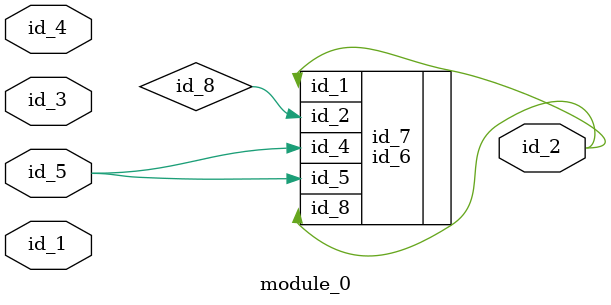
<source format=v>
module module_0 (
    id_1,
    id_2,
    id_3,
    id_4,
    id_5
);
  input id_5;
  input id_4;
  input id_3;
  output id_2;
  input id_1;
  id_6 id_7 (
      .id_5(1),
      .id_2(id_3),
      .id_5(id_4[id_5]),
      .id_4(id_5[1'b0]),
      .id_1(id_2),
      .id_8(id_5),
      .id_5(id_4),
      .id_8(id_2),
      .id_5(id_5),
      .id_2(id_2),
      .id_1(id_2),
      .id_2(id_8)
  );
endmodule

</source>
